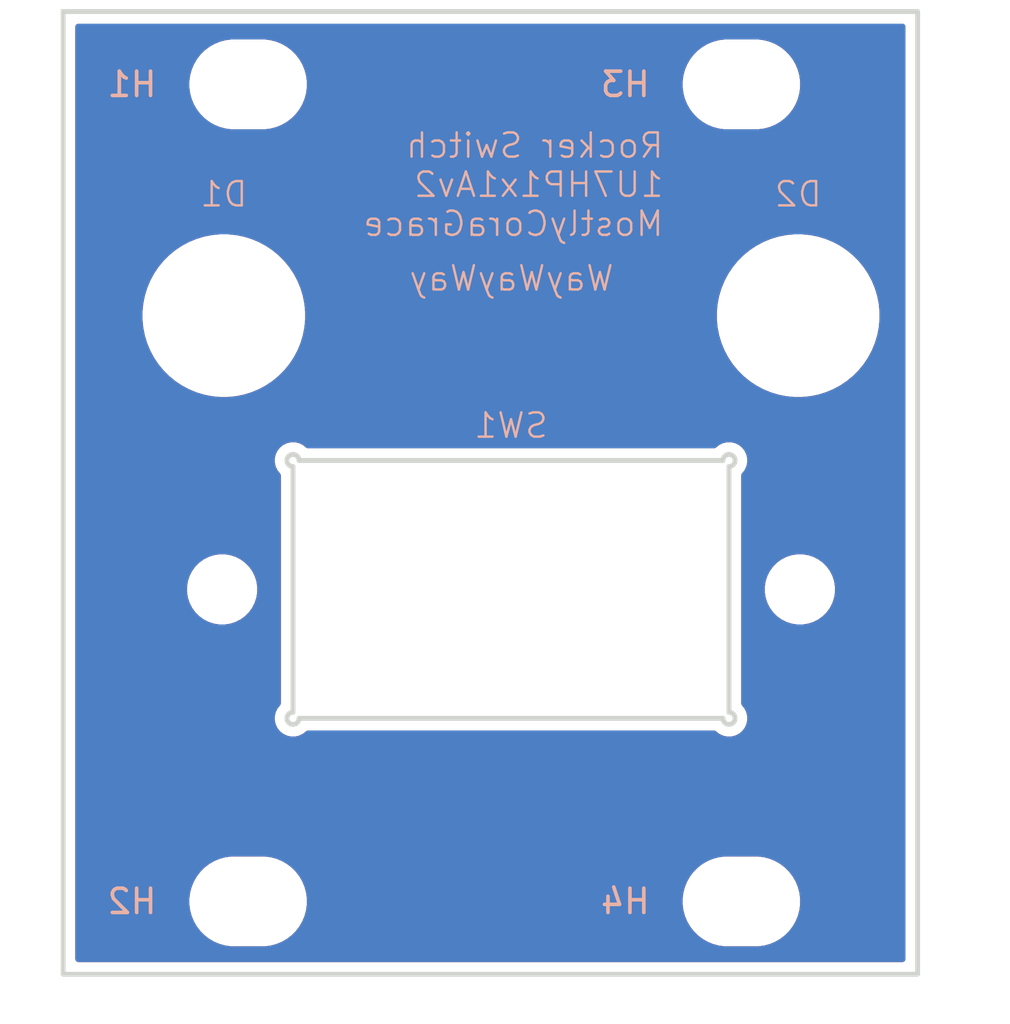
<source format=kicad_pcb>
(kicad_pcb (version 20241229) (generator "pcbnew") (generator_version "9.0")
  (layers (0 "F.Cu" signal) (2 "B.Cu" signal) (13 "F.Paste" user) (15 "B.Paste" user) (5 "F.SilkS" user "F.Silkscreen") (7 "B.SilkS" user "B.Silkscreen") (1 "F.Mask" user) (3 "B.Mask" user) (25 "Edge.Cuts" user))
  (net 0 "")
  (footprint "EXC:SW_SPDT_Rocker_Switch_Panel_Mount" (layer "F.Cu") (at 18.45 26.2252)
    (property "Reference" "SW1" (at 0 -6.75 0) (layer "B.SilkS") (effects (font (thickness 0.1)) (justify mirror)))
    (property "Value" "SW_SPDT_Rocker_Switch_Panel_Mount")
    (fp_line (start -8.979999 -5.06) (end -8.98 5.06) (stroke (width 0.2)) (layer "Edge.Cuts"))
    (fp_line (start -8.73 5.31) (end 8.73 5.31) (stroke (width 0.2)) (layer "Edge.Cuts"))
    (fp_line (start 8.73 -5.31) (end -8.73 -5.31) (stroke (width 0.2)) (layer "Edge.Cuts"))
    (fp_line (start 8.98 5.06) (end 8.98 -5.06) (stroke (width 0.2)) (layer "Edge.Cuts"))
    (fp_arc (start -8.98 -5.06) (mid -9.156777 -5.486777) (end -8.73 -5.31) (stroke (width 0.2)) (layer "Edge.Cuts"))
    (fp_arc (start -8.73 5.31) (mid -9.156777 5.486777) (end -8.98 5.06) (stroke (width 0.2)) (layer "Edge.Cuts"))
    (fp_arc (start 8.73 -5.31) (mid 9.156777 -5.486777) (end 8.98 -5.06) (stroke (width 0.2)) (layer "Edge.Cuts"))
    (fp_arc (start 8.98 5.06) (mid 9.156777 5.486777) (end 8.73 5.31) (stroke (width 0.2)) (layer "Edge.Cuts"))
    (pad "" np_thru_hole circle (at -11.9 0) (size 2.39 2.39) (drill 2.39) (layers "*.Cu" "*.Mask"))
    (pad "" np_thru_hole circle (at 11.9 0) (size 2.39 2.39) (drill 2.39) (layers "*.Cu" "*.Mask"))
  )
  (footprint "EXC:MountingHole_3.2mm_M3" (layer "F.Cu") (at 27.94 5.425)
    (property "Reference" "H3" (at -3.683 0 0) (layer "B.SilkS") (effects (justify left mirror)))
    (property "Value" "Eurorack_M3_MountingHole")
    (pad "" np_thru_hole oval (at 0 0) (size 4.34 3.2) (drill oval 4.34 3.2) (layers "*.Cu" "*.Mask"))
  )
  (footprint "EXC:6mm_Panel_Mount_LED" (layer "F.Cu") (at 6.62 14.95)
    (property "Reference" "D1" (at 0 -5 0) (layer "B.SilkS") (effects (font (thickness 0.1)) (justify mirror)))
    (property "Value" "6mm_Panel_Mount_LED")
    (pad "" np_thru_hole circle (at 0 0) (size 6.2 6.2) (drill 6.2) (layers "*.Cu" "*.Mask"))
  )
  (footprint "EXC:MountingHole_3.2mm_M3" (layer "F.Cu") (at 7.62 5.425)
    (property "Reference" "H1" (at -3.683 0 0) (layer "B.SilkS") (effects (justify left mirror)))
    (property "Value" "Eurorack_M3_MountingHole")
    (pad "" np_thru_hole oval (at 0 0) (size 4.34 3.2) (drill oval 4.34 3.2) (layers "*.Cu" "*.Mask"))
  )
  (footprint "EXC:6mm_Panel_Mount_LED" (layer "F.Cu") (at 30.28 14.95)
    (property "Reference" "D2" (at 0 -5 0) (layer "B.SilkS") (effects (font (thickness 0.1)) (justify mirror)))
    (property "Value" "6mm_Panel_Mount_LED")
    (pad "" np_thru_hole circle (at 0 0) (size 6.2 6.2) (drill 6.2) (layers "*.Cu" "*.Mask"))
  )
  (footprint "EXC:MountingHole_3.2mm_M3" (layer "F.Cu") (at 7.62 39.075)
    (property "Reference" "H2" (at -3.683 0 0) (layer "B.SilkS") (effects (justify left mirror)))
    (property "Value" "Eurorack_M3_MountingHole")
    (pad "" np_thru_hole oval (at 0 0) (size 4.34 3.2) (drill oval 4.34 3.2) (layers "*.Cu" "*.Mask"))
  )
  (footprint "EXC:MountingHole_3.2mm_M3" (layer "F.Cu") (at 27.94 39.075)
    (property "Reference" "H4" (at -3.683 0 0) (layer "B.SilkS") (effects (justify left mirror)))
    (property "Value" "Eurorack_M3_MountingHole")
    (pad "" np_thru_hole oval (at 0 0) (size 4.34 3.2) (drill oval 4.34 3.2) (layers "*.Cu" "*.Mask"))
  )
  (gr_rect (start 0 2.425) (end 35.2 42.075) (stroke (width 0.2)) (fill no) (layer "Edge.Cuts"))
  (gr_text "Rocker Switch\n1U7HP1x1Av2\nMostlyCoraGrace" (at 24.8 11.75 0) (layer "B.SilkS") (effects (font (size 1 1) (thickness 0.1)) (justify left bottom mirror)))
  (gr_text "WayWayWay" (at 22.75 14 0) (layer "B.SilkS") (effects (font (size 1 1) (thickness 0.1)) (justify left bottom mirror)))
  (zone (net 0) (net_name "") (layers "F.Cu" "B.Cu") (connect_pads (clearance 0.5)) (min_thickness 0.25) (fill yes (thermal_gap 0.5) (thermal_bridge_width 0.5) (island_removal_mode 1) (island_area_min 10))
    (polygon (pts (xy 0 2.425) (xy 35.2 2.425) (xy 35.2 42.075) (xy 0 42.075)))
  )
)
</source>
